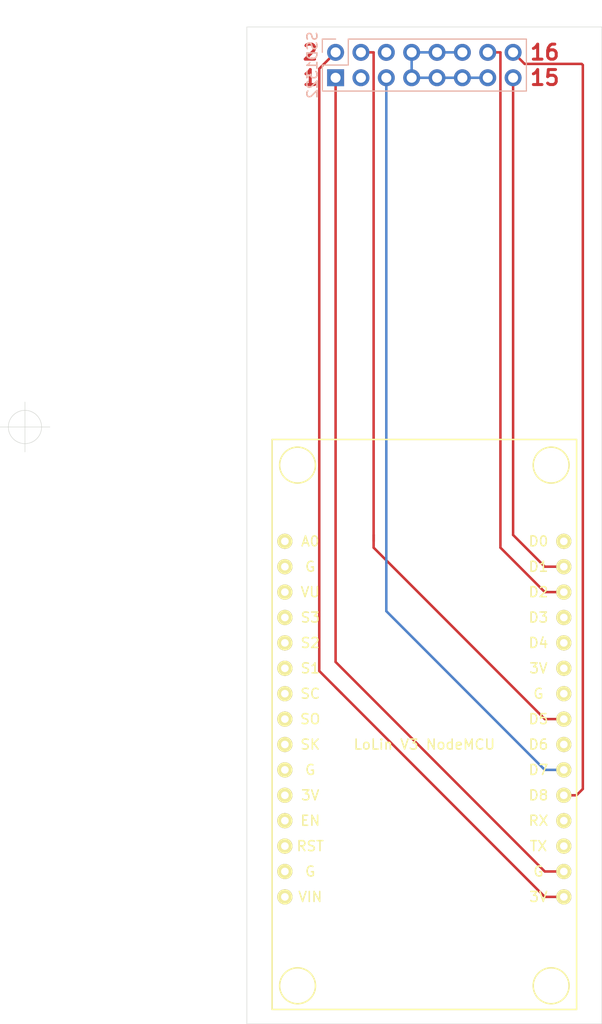
<source format=kicad_pcb>
(kicad_pcb (version 20171130) (host pcbnew 5.1.9)

  (general
    (thickness 1.6)
    (drawings 9)
    (tracks 34)
    (zones 0)
    (modules 2)
    (nets 1)
  )

  (page A4)
  (layers
    (0 F.Cu signal)
    (31 B.Cu signal)
    (32 B.Adhes user)
    (33 F.Adhes user)
    (34 B.Paste user)
    (35 F.Paste user)
    (36 B.SilkS user)
    (37 F.SilkS user)
    (38 B.Mask user)
    (39 F.Mask user)
    (40 Dwgs.User user)
    (41 Cmts.User user)
    (42 Eco1.User user)
    (43 Eco2.User user)
    (44 Edge.Cuts user)
    (45 Margin user)
    (46 B.CrtYd user)
    (47 F.CrtYd user)
    (48 B.Fab user)
    (49 F.Fab user)
  )

  (setup
    (last_trace_width 0.25)
    (trace_clearance 0.2)
    (zone_clearance 0.508)
    (zone_45_only no)
    (trace_min 0.2)
    (via_size 0.8)
    (via_drill 0.4)
    (via_min_size 0.4)
    (via_min_drill 0.3)
    (uvia_size 0.3)
    (uvia_drill 0.1)
    (uvias_allowed no)
    (uvia_min_size 0.2)
    (uvia_min_drill 0.1)
    (edge_width 0.05)
    (segment_width 0.2)
    (pcb_text_width 0.3)
    (pcb_text_size 1.5 1.5)
    (mod_edge_width 0.12)
    (mod_text_size 1 1)
    (mod_text_width 0.15)
    (pad_size 1.7 1.7)
    (pad_drill 1)
    (pad_to_mask_clearance 0)
    (aux_axis_origin 132.08 151.13)
    (grid_origin 132.08 151.13)
    (visible_elements FFFFFF7F)
    (pcbplotparams
      (layerselection 0x010fc_ffffffff)
      (usegerberextensions true)
      (usegerberattributes false)
      (usegerberadvancedattributes false)
      (creategerberjobfile false)
      (excludeedgelayer true)
      (linewidth 0.150000)
      (plotframeref false)
      (viasonmask false)
      (mode 1)
      (useauxorigin false)
      (hpglpennumber 1)
      (hpglpenspeed 20)
      (hpglpendiameter 15.000000)
      (psnegative false)
      (psa4output false)
      (plotreference true)
      (plotvalue true)
      (plotinvisibletext false)
      (padsonsilk true)
      (subtractmaskfromsilk false)
      (outputformat 1)
      (mirror false)
      (drillshape 0)
      (scaleselection 1)
      (outputdirectory "/tmp/x/pcbway"))
  )

  (net 0 "")

  (net_class Default "Dies ist die voreingestellte Netzklasse."
    (clearance 0.2)
    (trace_width 0.25)
    (via_dia 0.8)
    (via_drill 0.4)
    (uvia_dia 0.3)
    (uvia_drill 0.1)
  )

  (module ESP8266:NodeMCU-LoLinV3 (layer F.Cu) (tedit 5AF0808C) (tstamp 605C304B)
    (at 149.86 123.19)
    (fp_text reference "LoLin V3 NodeMCU" (at 0 0) (layer F.SilkS)
      (effects (font (size 1 1) (thickness 0.15)))
    )
    (fp_text value "LoLin V3 NodeMCU" (at 0 -29.21) (layer F.Fab)
      (effects (font (size 1 1) (thickness 0.15)))
    )
    (fp_line (start 15.25 26.5) (end 15.25 -30.5) (layer F.SilkS) (width 0.15))
    (fp_line (start -15.25 26.5) (end 15.25 26.5) (layer F.SilkS) (width 0.15))
    (fp_line (start -15.25 -30.5) (end -15.25 26.5) (layer F.SilkS) (width 0.15))
    (fp_line (start -14.75 -30.5) (end -15.25 -30.5) (layer F.SilkS) (width 0.15))
    (fp_line (start 15.25 -30.5) (end -14.75 -30.5) (layer F.SilkS) (width 0.15))
    (fp_circle (center 12.7 -27.94) (end 13.97 -29.21) (layer F.SilkS) (width 0.15))
    (fp_circle (center -12.7 -27.94) (end -11.43 -29.21) (layer F.SilkS) (width 0.15))
    (fp_circle (center -12.7 24.13) (end -11.43 22.86) (layer F.SilkS) (width 0.15))
    (fp_circle (center 12.7 24.13) (end 13.97 22.86) (layer F.SilkS) (width 0.15))
    (fp_text user D0 (at 11.43 -20.32) (layer F.SilkS)
      (effects (font (size 1 1) (thickness 0.15)))
    )
    (fp_text user D1 (at 11.43 -17.78) (layer F.SilkS)
      (effects (font (size 1 1) (thickness 0.15)))
    )
    (fp_text user D2 (at 11.43 -15.24) (layer F.SilkS)
      (effects (font (size 1 1) (thickness 0.15)))
    )
    (fp_text user D3 (at 11.43 -12.7) (layer F.SilkS)
      (effects (font (size 1 1) (thickness 0.15)))
    )
    (fp_text user D4 (at 11.43 -10.16) (layer F.SilkS)
      (effects (font (size 1 1) (thickness 0.15)))
    )
    (fp_text user 3V (at 11.43 -7.62) (layer F.SilkS)
      (effects (font (size 1 1) (thickness 0.15)))
    )
    (fp_text user G (at 11.43 -5.08) (layer F.SilkS)
      (effects (font (size 1 1) (thickness 0.15)))
    )
    (fp_text user D5 (at 11.43 -2.54) (layer F.SilkS)
      (effects (font (size 1 1) (thickness 0.15)))
    )
    (fp_text user D6 (at 11.43 0) (layer F.SilkS)
      (effects (font (size 1 1) (thickness 0.15)))
    )
    (fp_text user D7 (at 11.43 2.54) (layer F.SilkS)
      (effects (font (size 1 1) (thickness 0.15)))
    )
    (fp_text user D8 (at 11.43 5.08) (layer F.SilkS)
      (effects (font (size 1 1) (thickness 0.15)))
    )
    (fp_text user RX (at 11.43 7.62) (layer F.SilkS)
      (effects (font (size 1 1) (thickness 0.15)))
    )
    (fp_text user TX (at 11.43 10.16) (layer F.SilkS)
      (effects (font (size 1 1) (thickness 0.15)))
    )
    (fp_text user G (at 11.43 12.7) (layer F.SilkS)
      (effects (font (size 1 1) (thickness 0.15)))
    )
    (fp_text user 3V (at 11.43 15.24) (layer F.SilkS)
      (effects (font (size 1 1) (thickness 0.15)))
    )
    (fp_text user A0 (at -11.43 -20.32) (layer F.SilkS)
      (effects (font (size 1 1) (thickness 0.15)))
    )
    (fp_text user G (at -11.43 -17.78) (layer F.SilkS)
      (effects (font (size 1 1) (thickness 0.15)))
    )
    (fp_text user VU (at -11.43 -15.24) (layer F.SilkS)
      (effects (font (size 1 1) (thickness 0.15)))
    )
    (fp_text user S3 (at -11.43 -12.7) (layer F.SilkS)
      (effects (font (size 1 1) (thickness 0.15)))
    )
    (fp_text user S2 (at -11.43 -10.16) (layer F.SilkS)
      (effects (font (size 1 1) (thickness 0.15)))
    )
    (fp_text user S1 (at -11.43 -7.62) (layer F.SilkS)
      (effects (font (size 1 1) (thickness 0.15)))
    )
    (fp_text user SC (at -11.43 -5.08) (layer F.SilkS)
      (effects (font (size 1 1) (thickness 0.15)))
    )
    (fp_text user SO (at -11.43 -2.54) (layer F.SilkS)
      (effects (font (size 1 1) (thickness 0.15)))
    )
    (fp_text user SK (at -11.43 0) (layer F.SilkS)
      (effects (font (size 1 1) (thickness 0.15)))
    )
    (fp_text user G (at -11.43 2.54) (layer F.SilkS)
      (effects (font (size 1 1) (thickness 0.15)))
    )
    (fp_text user 3V (at -11.43 5.08) (layer F.SilkS)
      (effects (font (size 1 1) (thickness 0.15)))
    )
    (fp_text user EN (at -11.43 7.62) (layer F.SilkS)
      (effects (font (size 1 1) (thickness 0.15)))
    )
    (fp_text user RST (at -11.43 10.16) (layer F.SilkS)
      (effects (font (size 1 1) (thickness 0.15)))
    )
    (fp_text user G (at -11.43 12.7) (layer F.SilkS)
      (effects (font (size 1 1) (thickness 0.15)))
    )
    (fp_text user VIN (at -11.43 15.24) (layer F.SilkS)
      (effects (font (size 1 1) (thickness 0.15)))
    )
    (pad 30 thru_hole circle (at 13.97 -20.32) (size 1.524 1.524) (drill 0.762) (layers *.Cu *.Mask F.SilkS))
    (pad 29 thru_hole circle (at 13.97 -17.78) (size 1.524 1.524) (drill 0.762) (layers *.Cu *.Mask F.SilkS))
    (pad 28 thru_hole circle (at 13.97 -15.24) (size 1.524 1.524) (drill 0.762) (layers *.Cu *.Mask F.SilkS))
    (pad 27 thru_hole circle (at 13.97 -12.7) (size 1.524 1.524) (drill 0.762) (layers *.Cu *.Mask F.SilkS))
    (pad 26 thru_hole circle (at 13.97 -10.16) (size 1.524 1.524) (drill 0.762) (layers *.Cu *.Mask F.SilkS))
    (pad 25 thru_hole circle (at 13.97 -7.62) (size 1.524 1.524) (drill 0.762) (layers *.Cu *.Mask F.SilkS))
    (pad 24 thru_hole circle (at 13.97 -5.08) (size 1.524 1.524) (drill 0.762) (layers *.Cu *.Mask F.SilkS))
    (pad 23 thru_hole circle (at 13.97 -2.54) (size 1.524 1.524) (drill 0.762) (layers *.Cu *.Mask F.SilkS))
    (pad 22 thru_hole circle (at 13.97 0) (size 1.524 1.524) (drill 0.762) (layers *.Cu *.Mask F.SilkS))
    (pad 21 thru_hole circle (at 13.97 2.54) (size 1.524 1.524) (drill 0.762) (layers *.Cu *.Mask F.SilkS))
    (pad 20 thru_hole circle (at 13.97 5.08) (size 1.524 1.524) (drill 0.762) (layers *.Cu *.Mask F.SilkS))
    (pad 19 thru_hole circle (at 13.97 7.62) (size 1.524 1.524) (drill 0.762) (layers *.Cu *.Mask F.SilkS))
    (pad 18 thru_hole circle (at 13.97 10.16) (size 1.524 1.524) (drill 0.762) (layers *.Cu *.Mask F.SilkS))
    (pad 17 thru_hole circle (at 13.97 12.7) (size 1.524 1.524) (drill 0.762) (layers *.Cu *.Mask F.SilkS))
    (pad 16 thru_hole circle (at 13.97 15.24) (size 1.524 1.524) (drill 0.762) (layers *.Cu *.Mask F.SilkS))
    (pad 15 thru_hole circle (at -13.97 15.24) (size 1.524 1.524) (drill 0.762) (layers *.Cu *.Mask F.SilkS))
    (pad 14 thru_hole circle (at -13.97 12.7) (size 1.524 1.524) (drill 0.762) (layers *.Cu *.Mask F.SilkS))
    (pad 13 thru_hole circle (at -13.97 10.16) (size 1.524 1.524) (drill 0.762) (layers *.Cu *.Mask F.SilkS))
    (pad 12 thru_hole circle (at -13.97 7.62) (size 1.524 1.524) (drill 0.762) (layers *.Cu *.Mask F.SilkS))
    (pad 11 thru_hole circle (at -13.97 5.08) (size 1.524 1.524) (drill 0.762) (layers *.Cu *.Mask F.SilkS))
    (pad 10 thru_hole circle (at -13.97 2.54) (size 1.524 1.524) (drill 0.762) (layers *.Cu *.Mask F.SilkS))
    (pad 9 thru_hole circle (at -13.97 0) (size 1.524 1.524) (drill 0.762) (layers *.Cu *.Mask F.SilkS))
    (pad 8 thru_hole circle (at -13.97 -2.54) (size 1.524 1.524) (drill 0.762) (layers *.Cu *.Mask F.SilkS))
    (pad 7 thru_hole circle (at -13.97 -5.08) (size 1.524 1.524) (drill 0.762) (layers *.Cu *.Mask F.SilkS))
    (pad 6 thru_hole circle (at -13.97 -7.62) (size 1.524 1.524) (drill 0.762) (layers *.Cu *.Mask F.SilkS))
    (pad 5 thru_hole circle (at -13.97 -10.16) (size 1.524 1.524) (drill 0.762) (layers *.Cu *.Mask F.SilkS))
    (pad 4 thru_hole circle (at -13.97 -12.7) (size 1.524 1.524) (drill 0.762) (layers *.Cu *.Mask F.SilkS))
    (pad 3 thru_hole circle (at -13.97 -15.24) (size 1.524 1.524) (drill 0.762) (layers *.Cu *.Mask F.SilkS))
    (pad 2 thru_hole circle (at -13.97 -17.78) (size 1.524 1.524) (drill 0.762) (layers *.Cu *.Mask F.SilkS))
    (pad 1 thru_hole circle (at -13.97 -20.32) (size 1.524 1.524) (drill 0.762) (layers *.Cu *.Mask F.SilkS))
  )

  (module Pin_Headers:Pin_Header_Straight_2x08_Pitch2.54mm (layer B.Cu) (tedit 605C3FD7) (tstamp 605C3267)
    (at 140.97 53.975 270)
    (descr "Through hole straight pin header, 2x08, 2.54mm pitch, double rows")
    (tags "Through hole pin header THT 2x08 2.54mm double row")
    (fp_text reference SSD1322 (at 1.27 2.33 90) (layer B.SilkS)
      (effects (font (size 1 1) (thickness 0.15)) (justify mirror))
    )
    (fp_text value Pin_Header_2x08 (at 1.27 -20.11 90) (layer B.Fab)
      (effects (font (size 1 1) (thickness 0.15)) (justify mirror))
    )
    (fp_line (start 0 1.27) (end 3.81 1.27) (layer B.Fab) (width 0.1))
    (fp_line (start 3.81 1.27) (end 3.81 -19.05) (layer B.Fab) (width 0.1))
    (fp_line (start 3.81 -19.05) (end -1.27 -19.05) (layer B.Fab) (width 0.1))
    (fp_line (start -1.27 -19.05) (end -1.27 0) (layer B.Fab) (width 0.1))
    (fp_line (start -1.27 0) (end 0 1.27) (layer B.Fab) (width 0.1))
    (fp_line (start -1.33 -19.11) (end 3.87 -19.11) (layer B.SilkS) (width 0.12))
    (fp_line (start -1.33 -1.27) (end -1.33 -19.11) (layer B.SilkS) (width 0.12))
    (fp_line (start 3.87 1.33) (end 3.87 -19.11) (layer B.SilkS) (width 0.12))
    (fp_line (start -1.33 -1.27) (end 1.27 -1.27) (layer B.SilkS) (width 0.12))
    (fp_line (start 1.27 -1.27) (end 1.27 1.33) (layer B.SilkS) (width 0.12))
    (fp_line (start 1.27 1.33) (end 3.87 1.33) (layer B.SilkS) (width 0.12))
    (fp_line (start -1.33 0) (end -1.33 1.33) (layer B.SilkS) (width 0.12))
    (fp_line (start -1.33 1.33) (end 0 1.33) (layer B.SilkS) (width 0.12))
    (fp_line (start -1.8 1.8) (end -1.8 -19.55) (layer B.CrtYd) (width 0.05))
    (fp_line (start -1.8 -19.55) (end 4.35 -19.55) (layer B.CrtYd) (width 0.05))
    (fp_line (start 4.35 -19.55) (end 4.35 1.8) (layer B.CrtYd) (width 0.05))
    (fp_line (start 4.35 1.8) (end -1.8 1.8) (layer B.CrtYd) (width 0.05))
    (fp_text user %R (at 1.27 -8.89 180) (layer B.Fab)
      (effects (font (size 1 1) (thickness 0.15)) (justify mirror))
    )
    (pad 1 thru_hole rect (at 2.54 0 270) (size 1.7 1.7) (drill 1) (layers *.Cu *.Mask))
    (pad 2 thru_hole oval (at 0 0 270) (size 1.7 1.7) (drill 1) (layers *.Cu *.Mask))
    (pad 4 thru_hole oval (at 0 -2.54 270) (size 1.7 1.7) (drill 1) (layers *.Cu *.Mask))
    (pad 3 thru_hole oval (at 2.54 -2.54 270) (size 1.7 1.7) (drill 1) (layers *.Cu *.Mask))
    (pad 6 thru_hole oval (at 0 -5.08 270) (size 1.7 1.7) (drill 1) (layers *.Cu *.Mask))
    (pad 5 thru_hole oval (at 2.54 -5.08 270) (size 1.7 1.7) (drill 1) (layers *.Cu *.Mask))
    (pad 8 thru_hole oval (at 0 -7.62 270) (size 1.7 1.7) (drill 1) (layers *.Cu *.Mask))
    (pad 7 thru_hole oval (at 2.54 -7.62 270) (size 1.7 1.7) (drill 1) (layers *.Cu *.Mask))
    (pad 10 thru_hole oval (at 0 -10.16 270) (size 1.7 1.7) (drill 1) (layers *.Cu *.Mask))
    (pad 9 thru_hole oval (at 2.54 -10.16 270) (size 1.7 1.7) (drill 1) (layers *.Cu *.Mask))
    (pad 12 thru_hole oval (at 0 -12.7 270) (size 1.7 1.7) (drill 1) (layers *.Cu *.Mask))
    (pad 11 thru_hole oval (at 2.54 -12.7 270) (size 1.7 1.7) (drill 1) (layers *.Cu *.Mask))
    (pad 14 thru_hole oval (at 0 -15.24 270) (size 1.7 1.7) (drill 1) (layers *.Cu *.Mask))
    (pad 13 thru_hole oval (at 2.54 -15.24 270) (size 1.7 1.7) (drill 1) (layers *.Cu *.Mask))
    (pad 16 thru_hole oval (at 0 -17.78 270) (size 1.7 1.7) (drill 1) (layers *.Cu *.Mask))
    (pad 15 thru_hole oval (at 2.54 -17.78 270) (size 1.7 1.7) (drill 1) (layers *.Cu *.Mask))
    (model ${KISYS3DMOD}/Pin_Headers.3dshapes/Pin_Header_Straight_2x08_Pitch2.54mm.wrl
      (at (xyz 0 0 0))
      (scale (xyz 1 1 1))
      (rotate (xyz 0 0 0))
    )
  )

  (gr_line (start 167.64 151.13) (end 167.64 51.435) (layer Edge.Cuts) (width 0.05) (tstamp 605C8505))
  (gr_line (start 132.08 51.435) (end 132.08 151.13) (layer Edge.Cuts) (width 0.05) (tstamp 605C8503))
  (gr_line (start 167.64 51.435) (end 132.08 51.435) (layer Edge.Cuts) (width 0.05))
  (gr_line (start 132.08 151.13) (end 167.64 151.13) (layer Edge.Cuts) (width 0.05))
  (target plus (at 109.855 91.44) (size 5) (width 0.05) (layer Edge.Cuts) (tstamp 605C8403))
  (gr_text 16 (at 161.925 53.975) (layer F.Cu)
    (effects (font (size 1.5 1.5) (thickness 0.3)))
  )
  (gr_text 15 (at 161.925 56.515) (layer F.Cu)
    (effects (font (size 1.5 1.5) (thickness 0.3)))
  )
  (gr_text 2 (at 138.43 53.975) (layer F.Cu)
    (effects (font (size 1.5 1.5) (thickness 0.3)))
  )
  (gr_text 1 (at 138.43 56.515) (layer F.Cu)
    (effects (font (size 1.5 1.5) (thickness 0.3)))
  )

  (segment (start 165.735 127.635) (end 165.1 128.27) (width 0.25) (layer F.Cu) (net 0))
  (segment (start 165.618581 55.128581) (end 165.735 55.245) (width 0.25) (layer F.Cu) (net 0))
  (segment (start 158.75 53.975) (end 159.903581 55.128581) (width 0.25) (layer F.Cu) (net 0) (status 10))
  (segment (start 159.903581 55.128581) (end 165.618581 55.128581) (width 0.25) (layer F.Cu) (net 0))
  (segment (start 163.83 128.27) (end 165.1 128.27) (width 0.25) (layer F.Cu) (net 0) (status 10))
  (segment (start 158.75 102.235) (end 158.75 56.515) (width 0.25) (layer F.Cu) (net 0) (status 20))
  (segment (start 161.925 105.41) (end 158.75 102.235) (width 0.25) (layer F.Cu) (net 0))
  (segment (start 163.83 105.41) (end 161.925 105.41) (width 0.25) (layer F.Cu) (net 0) (status 10))
  (segment (start 161.925 135.89) (end 140.97 114.935) (width 0.25) (layer F.Cu) (net 0))
  (segment (start 163.83 135.89) (end 161.925 135.89) (width 0.25) (layer F.Cu) (net 0) (status 10))
  (segment (start 161.925 138.43) (end 141.605 118.11) (width 0.25) (layer F.Cu) (net 0))
  (segment (start 141.605 118.11) (end 140.97 117.475) (width 0.25) (layer F.Cu) (net 0))
  (segment (start 139.333581 115.838581) (end 141.605 118.11) (width 0.25) (layer F.Cu) (net 0))
  (segment (start 144.78 103.505) (end 144.78 102.235) (width 0.25) (layer F.Cu) (net 0))
  (segment (start 161.925 120.65) (end 144.78 103.505) (width 0.25) (layer F.Cu) (net 0))
  (segment (start 163.83 120.65) (end 161.925 120.65) (width 0.25) (layer F.Cu) (net 0) (status 10))
  (segment (start 146.05 55.88) (end 146.05 109.855) (width 0.25) (layer B.Cu) (net 0) (status 10))
  (segment (start 161.925 125.73) (end 146.05 109.855) (width 0.25) (layer B.Cu) (net 0))
  (segment (start 163.83 125.73) (end 161.925 125.73) (width 0.25) (layer B.Cu) (net 0) (status 10))
  (segment (start 163.83 107.95) (end 161.925 107.95) (width 0.25) (layer F.Cu) (net 0) (status 10))
  (segment (start 161.925 107.95) (end 157.48 103.505) (width 0.25) (layer F.Cu) (net 0))
  (segment (start 157.48 53.975) (end 156.21 53.975) (width 0.25) (layer F.Cu) (net 0) (status 20))
  (segment (start 144.78 102.235) (end 144.78 102.87) (width 0.25) (layer F.Cu) (net 0))
  (segment (start 163.83 138.43) (end 161.925 138.43) (width 0.25) (layer F.Cu) (net 0) (status 10))
  (segment (start 143.51 53.975) (end 144.78 53.975) (width 0.25) (layer F.Cu) (net 0) (status 10))
  (segment (start 139.333581 55.611419) (end 140.97 53.975) (width 0.25) (layer F.Cu) (net 0))
  (segment (start 139.333581 115.838581) (end 139.333581 55.611419) (width 0.25) (layer F.Cu) (net 0))
  (segment (start 140.97 56.515) (end 140.97 114.935) (width 0.25) (layer F.Cu) (net 0))
  (segment (start 144.78 53.975) (end 144.78 102.235) (width 0.25) (layer F.Cu) (net 0))
  (segment (start 157.48 53.975) (end 157.48 103.505) (width 0.25) (layer F.Cu) (net 0))
  (segment (start 165.735 55.245) (end 165.735 127.635) (width 0.25) (layer F.Cu) (net 0))
  (segment (start 156.21 56.515) (end 148.59 56.515) (width 0.25) (layer B.Cu) (net 0))
  (segment (start 148.59 56.515) (end 148.59 53.975) (width 0.25) (layer B.Cu) (net 0))
  (segment (start 148.59 53.975) (end 153.67 53.975) (width 0.25) (layer B.Cu) (net 0))

)

</source>
